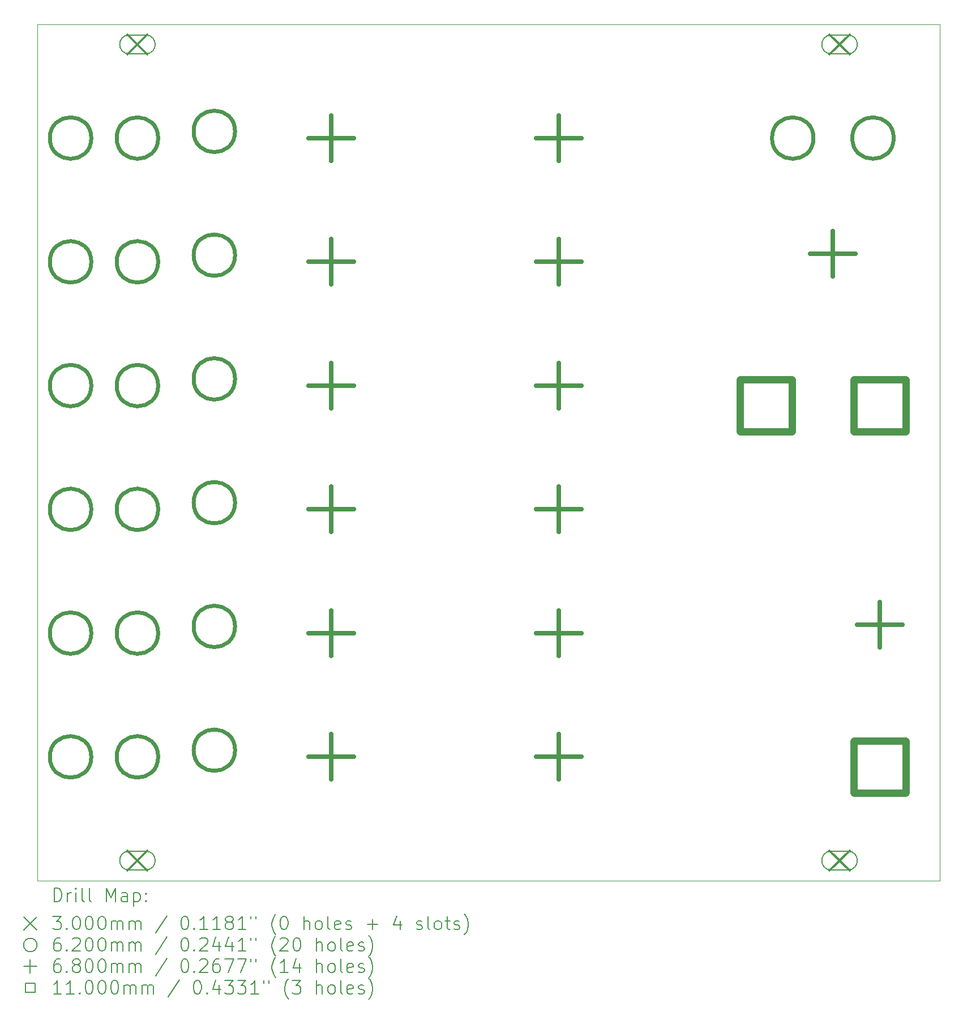
<source format=gbr>
%FSLAX45Y45*%
G04 Gerber Fmt 4.5, Leading zero omitted, Abs format (unit mm)*
G04 Created by KiCad (PCBNEW (6.0.0)) date 2022-04-30 23:11:37*
%MOMM*%
%LPD*%
G01*
G04 APERTURE LIST*
%TA.AperFunction,Profile*%
%ADD10C,0.050000*%
%TD*%
%ADD11C,0.200000*%
%ADD12C,0.300000*%
%ADD13C,0.620000*%
%ADD14C,0.680000*%
%ADD15C,1.100000*%
G04 APERTURE END LIST*
D10*
X2664645Y-3464645D02*
X2664645Y-16264645D01*
X2664645Y-3464645D02*
X16164645Y-3464645D01*
X16164645Y-3464645D02*
X16164645Y-16264645D01*
X16164645Y-16264645D02*
X2664645Y-16264645D01*
D11*
D12*
X4014645Y-3614645D02*
X4314645Y-3914645D01*
X4314645Y-3614645D02*
X4014645Y-3914645D01*
D11*
X4039645Y-3904645D02*
X4289645Y-3904645D01*
X4039645Y-3624645D02*
X4289645Y-3624645D01*
X4289645Y-3904645D02*
G75*
G03*
X4289645Y-3624645I0J140000D01*
G01*
X4039645Y-3624645D02*
G75*
G03*
X4039645Y-3904645I0J-140000D01*
G01*
D12*
X4014645Y-15814645D02*
X4314645Y-16114645D01*
X4314645Y-15814645D02*
X4014645Y-16114645D01*
D11*
X4039645Y-16104645D02*
X4289645Y-16104645D01*
X4039645Y-15824645D02*
X4289645Y-15824645D01*
X4289645Y-16104645D02*
G75*
G03*
X4289645Y-15824645I0J140000D01*
G01*
X4039645Y-15824645D02*
G75*
G03*
X4039645Y-16104645I0J-140000D01*
G01*
D12*
X14514645Y-3614645D02*
X14814645Y-3914645D01*
X14814645Y-3614645D02*
X14514645Y-3914645D01*
D11*
X14539645Y-3904645D02*
X14789645Y-3904645D01*
X14539645Y-3624645D02*
X14789645Y-3624645D01*
X14789645Y-3904645D02*
G75*
G03*
X14789645Y-3624645I0J140000D01*
G01*
X14539645Y-3624645D02*
G75*
G03*
X14539645Y-3904645I0J-140000D01*
G01*
D12*
X14514645Y-15814645D02*
X14814645Y-16114645D01*
X14814645Y-15814645D02*
X14514645Y-16114645D01*
D11*
X14539645Y-16104645D02*
X14789645Y-16104645D01*
X14539645Y-15824645D02*
X14789645Y-15824645D01*
X14789645Y-16104645D02*
G75*
G03*
X14789645Y-15824645I0J140000D01*
G01*
X14539645Y-15824645D02*
G75*
G03*
X14539645Y-16104645I0J-140000D01*
G01*
D13*
X3474645Y-5164645D02*
G75*
G03*
X3474645Y-5164645I-310000J0D01*
G01*
X3474645Y-7014645D02*
G75*
G03*
X3474645Y-7014645I-310000J0D01*
G01*
X3474645Y-8864645D02*
G75*
G03*
X3474645Y-8864645I-310000J0D01*
G01*
X3474645Y-10714645D02*
G75*
G03*
X3474645Y-10714645I-310000J0D01*
G01*
X3474645Y-12564645D02*
G75*
G03*
X3474645Y-12564645I-310000J0D01*
G01*
X3474645Y-14414645D02*
G75*
G03*
X3474645Y-14414645I-310000J0D01*
G01*
X4474645Y-5164645D02*
G75*
G03*
X4474645Y-5164645I-310000J0D01*
G01*
X4474645Y-7014645D02*
G75*
G03*
X4474645Y-7014645I-310000J0D01*
G01*
X4474645Y-8864645D02*
G75*
G03*
X4474645Y-8864645I-310000J0D01*
G01*
X4474645Y-10714645D02*
G75*
G03*
X4474645Y-10714645I-310000J0D01*
G01*
X4474645Y-12564645D02*
G75*
G03*
X4474645Y-12564645I-310000J0D01*
G01*
X4474645Y-14414645D02*
G75*
G03*
X4474645Y-14414645I-310000J0D01*
G01*
X5624645Y-5064645D02*
G75*
G03*
X5624645Y-5064645I-310000J0D01*
G01*
X5624645Y-6914645D02*
G75*
G03*
X5624645Y-6914645I-310000J0D01*
G01*
X5624645Y-8764645D02*
G75*
G03*
X5624645Y-8764645I-310000J0D01*
G01*
X5624645Y-10614645D02*
G75*
G03*
X5624645Y-10614645I-310000J0D01*
G01*
X5624645Y-12464645D02*
G75*
G03*
X5624645Y-12464645I-310000J0D01*
G01*
X5624645Y-14314645D02*
G75*
G03*
X5624645Y-14314645I-310000J0D01*
G01*
X14274645Y-5164645D02*
G75*
G03*
X14274645Y-5164645I-310000J0D01*
G01*
X15474645Y-5164645D02*
G75*
G03*
X15474645Y-5164645I-310000J0D01*
G01*
D14*
X7064645Y-4824645D02*
X7064645Y-5504645D01*
X6724645Y-5164645D02*
X7404645Y-5164645D01*
X7064645Y-6674645D02*
X7064645Y-7354645D01*
X6724645Y-7014645D02*
X7404645Y-7014645D01*
X7064645Y-8524645D02*
X7064645Y-9204645D01*
X6724645Y-8864645D02*
X7404645Y-8864645D01*
X7064645Y-10374645D02*
X7064645Y-11054645D01*
X6724645Y-10714645D02*
X7404645Y-10714645D01*
X7064645Y-12224645D02*
X7064645Y-12904645D01*
X6724645Y-12564645D02*
X7404645Y-12564645D01*
X7064645Y-14074645D02*
X7064645Y-14754645D01*
X6724645Y-14414645D02*
X7404645Y-14414645D01*
X10464645Y-4824645D02*
X10464645Y-5504645D01*
X10124645Y-5164645D02*
X10804645Y-5164645D01*
X10464645Y-6674645D02*
X10464645Y-7354645D01*
X10124645Y-7014645D02*
X10804645Y-7014645D01*
X10464645Y-8524645D02*
X10464645Y-9204645D01*
X10124645Y-8864645D02*
X10804645Y-8864645D01*
X10464645Y-10374645D02*
X10464645Y-11054645D01*
X10124645Y-10714645D02*
X10804645Y-10714645D01*
X10464645Y-12224645D02*
X10464645Y-12904645D01*
X10124645Y-12564645D02*
X10804645Y-12564645D01*
X10464645Y-14074645D02*
X10464645Y-14754645D01*
X10124645Y-14414645D02*
X10804645Y-14414645D01*
X14564645Y-6552145D02*
X14564645Y-7232145D01*
X14224645Y-6892145D02*
X14904645Y-6892145D01*
X15264645Y-12099645D02*
X15264645Y-12779645D01*
X14924645Y-12439645D02*
X15604645Y-12439645D01*
D15*
X13953557Y-9553557D02*
X13953557Y-8775732D01*
X13175732Y-8775732D01*
X13175732Y-9553557D01*
X13953557Y-9553557D01*
X15653557Y-9553557D02*
X15653557Y-8775732D01*
X14875732Y-8775732D01*
X14875732Y-9553557D01*
X15653557Y-9553557D01*
X15653557Y-14953557D02*
X15653557Y-14175732D01*
X14875732Y-14175732D01*
X14875732Y-14953557D01*
X15653557Y-14953557D01*
D11*
X2919764Y-16577621D02*
X2919764Y-16377621D01*
X2967383Y-16377621D01*
X2995954Y-16387145D01*
X3015002Y-16406192D01*
X3024526Y-16425240D01*
X3034049Y-16463335D01*
X3034049Y-16491907D01*
X3024526Y-16530002D01*
X3015002Y-16549049D01*
X2995954Y-16568097D01*
X2967383Y-16577621D01*
X2919764Y-16577621D01*
X3119764Y-16577621D02*
X3119764Y-16444287D01*
X3119764Y-16482383D02*
X3129287Y-16463335D01*
X3138811Y-16453811D01*
X3157859Y-16444287D01*
X3176907Y-16444287D01*
X3243573Y-16577621D02*
X3243573Y-16444287D01*
X3243573Y-16377621D02*
X3234049Y-16387145D01*
X3243573Y-16396668D01*
X3253097Y-16387145D01*
X3243573Y-16377621D01*
X3243573Y-16396668D01*
X3367383Y-16577621D02*
X3348335Y-16568097D01*
X3338811Y-16549049D01*
X3338811Y-16377621D01*
X3472145Y-16577621D02*
X3453097Y-16568097D01*
X3443573Y-16549049D01*
X3443573Y-16377621D01*
X3700716Y-16577621D02*
X3700716Y-16377621D01*
X3767383Y-16520478D01*
X3834049Y-16377621D01*
X3834049Y-16577621D01*
X4015002Y-16577621D02*
X4015002Y-16472859D01*
X4005478Y-16453811D01*
X3986430Y-16444287D01*
X3948335Y-16444287D01*
X3929287Y-16453811D01*
X4015002Y-16568097D02*
X3995954Y-16577621D01*
X3948335Y-16577621D01*
X3929287Y-16568097D01*
X3919764Y-16549049D01*
X3919764Y-16530002D01*
X3929287Y-16510954D01*
X3948335Y-16501430D01*
X3995954Y-16501430D01*
X4015002Y-16491907D01*
X4110240Y-16444287D02*
X4110240Y-16644287D01*
X4110240Y-16453811D02*
X4129287Y-16444287D01*
X4167383Y-16444287D01*
X4186430Y-16453811D01*
X4195954Y-16463335D01*
X4205478Y-16482383D01*
X4205478Y-16539526D01*
X4195954Y-16558573D01*
X4186430Y-16568097D01*
X4167383Y-16577621D01*
X4129287Y-16577621D01*
X4110240Y-16568097D01*
X4291192Y-16558573D02*
X4300716Y-16568097D01*
X4291192Y-16577621D01*
X4281669Y-16568097D01*
X4291192Y-16558573D01*
X4291192Y-16577621D01*
X4291192Y-16453811D02*
X4300716Y-16463335D01*
X4291192Y-16472859D01*
X4281669Y-16463335D01*
X4291192Y-16453811D01*
X4291192Y-16472859D01*
X2462145Y-16807145D02*
X2662145Y-17007145D01*
X2662145Y-16807145D02*
X2462145Y-17007145D01*
X2900716Y-16797621D02*
X3024526Y-16797621D01*
X2957859Y-16873811D01*
X2986430Y-16873811D01*
X3005478Y-16883335D01*
X3015002Y-16892859D01*
X3024526Y-16911907D01*
X3024526Y-16959526D01*
X3015002Y-16978573D01*
X3005478Y-16988097D01*
X2986430Y-16997621D01*
X2929287Y-16997621D01*
X2910240Y-16988097D01*
X2900716Y-16978573D01*
X3110240Y-16978573D02*
X3119764Y-16988097D01*
X3110240Y-16997621D01*
X3100716Y-16988097D01*
X3110240Y-16978573D01*
X3110240Y-16997621D01*
X3243573Y-16797621D02*
X3262621Y-16797621D01*
X3281668Y-16807145D01*
X3291192Y-16816669D01*
X3300716Y-16835716D01*
X3310240Y-16873811D01*
X3310240Y-16921430D01*
X3300716Y-16959526D01*
X3291192Y-16978573D01*
X3281668Y-16988097D01*
X3262621Y-16997621D01*
X3243573Y-16997621D01*
X3224526Y-16988097D01*
X3215002Y-16978573D01*
X3205478Y-16959526D01*
X3195954Y-16921430D01*
X3195954Y-16873811D01*
X3205478Y-16835716D01*
X3215002Y-16816669D01*
X3224526Y-16807145D01*
X3243573Y-16797621D01*
X3434049Y-16797621D02*
X3453097Y-16797621D01*
X3472145Y-16807145D01*
X3481668Y-16816669D01*
X3491192Y-16835716D01*
X3500716Y-16873811D01*
X3500716Y-16921430D01*
X3491192Y-16959526D01*
X3481668Y-16978573D01*
X3472145Y-16988097D01*
X3453097Y-16997621D01*
X3434049Y-16997621D01*
X3415002Y-16988097D01*
X3405478Y-16978573D01*
X3395954Y-16959526D01*
X3386430Y-16921430D01*
X3386430Y-16873811D01*
X3395954Y-16835716D01*
X3405478Y-16816669D01*
X3415002Y-16807145D01*
X3434049Y-16797621D01*
X3624526Y-16797621D02*
X3643573Y-16797621D01*
X3662621Y-16807145D01*
X3672145Y-16816669D01*
X3681668Y-16835716D01*
X3691192Y-16873811D01*
X3691192Y-16921430D01*
X3681668Y-16959526D01*
X3672145Y-16978573D01*
X3662621Y-16988097D01*
X3643573Y-16997621D01*
X3624526Y-16997621D01*
X3605478Y-16988097D01*
X3595954Y-16978573D01*
X3586430Y-16959526D01*
X3576907Y-16921430D01*
X3576907Y-16873811D01*
X3586430Y-16835716D01*
X3595954Y-16816669D01*
X3605478Y-16807145D01*
X3624526Y-16797621D01*
X3776907Y-16997621D02*
X3776907Y-16864288D01*
X3776907Y-16883335D02*
X3786430Y-16873811D01*
X3805478Y-16864288D01*
X3834049Y-16864288D01*
X3853097Y-16873811D01*
X3862621Y-16892859D01*
X3862621Y-16997621D01*
X3862621Y-16892859D02*
X3872145Y-16873811D01*
X3891192Y-16864288D01*
X3919764Y-16864288D01*
X3938811Y-16873811D01*
X3948335Y-16892859D01*
X3948335Y-16997621D01*
X4043573Y-16997621D02*
X4043573Y-16864288D01*
X4043573Y-16883335D02*
X4053097Y-16873811D01*
X4072145Y-16864288D01*
X4100716Y-16864288D01*
X4119764Y-16873811D01*
X4129287Y-16892859D01*
X4129287Y-16997621D01*
X4129287Y-16892859D02*
X4138811Y-16873811D01*
X4157859Y-16864288D01*
X4186430Y-16864288D01*
X4205478Y-16873811D01*
X4215002Y-16892859D01*
X4215002Y-16997621D01*
X4605478Y-16788097D02*
X4434049Y-17045240D01*
X4862621Y-16797621D02*
X4881669Y-16797621D01*
X4900716Y-16807145D01*
X4910240Y-16816669D01*
X4919764Y-16835716D01*
X4929288Y-16873811D01*
X4929288Y-16921430D01*
X4919764Y-16959526D01*
X4910240Y-16978573D01*
X4900716Y-16988097D01*
X4881669Y-16997621D01*
X4862621Y-16997621D01*
X4843573Y-16988097D01*
X4834049Y-16978573D01*
X4824526Y-16959526D01*
X4815002Y-16921430D01*
X4815002Y-16873811D01*
X4824526Y-16835716D01*
X4834049Y-16816669D01*
X4843573Y-16807145D01*
X4862621Y-16797621D01*
X5015002Y-16978573D02*
X5024526Y-16988097D01*
X5015002Y-16997621D01*
X5005478Y-16988097D01*
X5015002Y-16978573D01*
X5015002Y-16997621D01*
X5215002Y-16997621D02*
X5100716Y-16997621D01*
X5157859Y-16997621D02*
X5157859Y-16797621D01*
X5138811Y-16826192D01*
X5119764Y-16845240D01*
X5100716Y-16854764D01*
X5405478Y-16997621D02*
X5291192Y-16997621D01*
X5348335Y-16997621D02*
X5348335Y-16797621D01*
X5329288Y-16826192D01*
X5310240Y-16845240D01*
X5291192Y-16854764D01*
X5519764Y-16883335D02*
X5500716Y-16873811D01*
X5491192Y-16864288D01*
X5481669Y-16845240D01*
X5481669Y-16835716D01*
X5491192Y-16816669D01*
X5500716Y-16807145D01*
X5519764Y-16797621D01*
X5557859Y-16797621D01*
X5576907Y-16807145D01*
X5586430Y-16816669D01*
X5595954Y-16835716D01*
X5595954Y-16845240D01*
X5586430Y-16864288D01*
X5576907Y-16873811D01*
X5557859Y-16883335D01*
X5519764Y-16883335D01*
X5500716Y-16892859D01*
X5491192Y-16902383D01*
X5481669Y-16921430D01*
X5481669Y-16959526D01*
X5491192Y-16978573D01*
X5500716Y-16988097D01*
X5519764Y-16997621D01*
X5557859Y-16997621D01*
X5576907Y-16988097D01*
X5586430Y-16978573D01*
X5595954Y-16959526D01*
X5595954Y-16921430D01*
X5586430Y-16902383D01*
X5576907Y-16892859D01*
X5557859Y-16883335D01*
X5786430Y-16997621D02*
X5672145Y-16997621D01*
X5729287Y-16997621D02*
X5729287Y-16797621D01*
X5710240Y-16826192D01*
X5691192Y-16845240D01*
X5672145Y-16854764D01*
X5862621Y-16797621D02*
X5862621Y-16835716D01*
X5938811Y-16797621D02*
X5938811Y-16835716D01*
X6234049Y-17073811D02*
X6224526Y-17064288D01*
X6205478Y-17035716D01*
X6195954Y-17016669D01*
X6186430Y-16988097D01*
X6176907Y-16940478D01*
X6176907Y-16902383D01*
X6186430Y-16854764D01*
X6195954Y-16826192D01*
X6205478Y-16807145D01*
X6224526Y-16778573D01*
X6234049Y-16769049D01*
X6348335Y-16797621D02*
X6367383Y-16797621D01*
X6386430Y-16807145D01*
X6395954Y-16816669D01*
X6405478Y-16835716D01*
X6415002Y-16873811D01*
X6415002Y-16921430D01*
X6405478Y-16959526D01*
X6395954Y-16978573D01*
X6386430Y-16988097D01*
X6367383Y-16997621D01*
X6348335Y-16997621D01*
X6329287Y-16988097D01*
X6319764Y-16978573D01*
X6310240Y-16959526D01*
X6300716Y-16921430D01*
X6300716Y-16873811D01*
X6310240Y-16835716D01*
X6319764Y-16816669D01*
X6329287Y-16807145D01*
X6348335Y-16797621D01*
X6653097Y-16997621D02*
X6653097Y-16797621D01*
X6738811Y-16997621D02*
X6738811Y-16892859D01*
X6729287Y-16873811D01*
X6710240Y-16864288D01*
X6681668Y-16864288D01*
X6662621Y-16873811D01*
X6653097Y-16883335D01*
X6862621Y-16997621D02*
X6843573Y-16988097D01*
X6834049Y-16978573D01*
X6824526Y-16959526D01*
X6824526Y-16902383D01*
X6834049Y-16883335D01*
X6843573Y-16873811D01*
X6862621Y-16864288D01*
X6891192Y-16864288D01*
X6910240Y-16873811D01*
X6919764Y-16883335D01*
X6929287Y-16902383D01*
X6929287Y-16959526D01*
X6919764Y-16978573D01*
X6910240Y-16988097D01*
X6891192Y-16997621D01*
X6862621Y-16997621D01*
X7043573Y-16997621D02*
X7024526Y-16988097D01*
X7015002Y-16969049D01*
X7015002Y-16797621D01*
X7195954Y-16988097D02*
X7176907Y-16997621D01*
X7138811Y-16997621D01*
X7119764Y-16988097D01*
X7110240Y-16969049D01*
X7110240Y-16892859D01*
X7119764Y-16873811D01*
X7138811Y-16864288D01*
X7176907Y-16864288D01*
X7195954Y-16873811D01*
X7205478Y-16892859D01*
X7205478Y-16911907D01*
X7110240Y-16930954D01*
X7281668Y-16988097D02*
X7300716Y-16997621D01*
X7338811Y-16997621D01*
X7357859Y-16988097D01*
X7367383Y-16969049D01*
X7367383Y-16959526D01*
X7357859Y-16940478D01*
X7338811Y-16930954D01*
X7310240Y-16930954D01*
X7291192Y-16921430D01*
X7281668Y-16902383D01*
X7281668Y-16892859D01*
X7291192Y-16873811D01*
X7310240Y-16864288D01*
X7338811Y-16864288D01*
X7357859Y-16873811D01*
X7605478Y-16921430D02*
X7757859Y-16921430D01*
X7681668Y-16997621D02*
X7681668Y-16845240D01*
X8091192Y-16864288D02*
X8091192Y-16997621D01*
X8043573Y-16788097D02*
X7995954Y-16930954D01*
X8119764Y-16930954D01*
X8338811Y-16988097D02*
X8357859Y-16997621D01*
X8395954Y-16997621D01*
X8415002Y-16988097D01*
X8424526Y-16969049D01*
X8424526Y-16959526D01*
X8415002Y-16940478D01*
X8395954Y-16930954D01*
X8367383Y-16930954D01*
X8348335Y-16921430D01*
X8338811Y-16902383D01*
X8338811Y-16892859D01*
X8348335Y-16873811D01*
X8367383Y-16864288D01*
X8395954Y-16864288D01*
X8415002Y-16873811D01*
X8538811Y-16997621D02*
X8519764Y-16988097D01*
X8510240Y-16969049D01*
X8510240Y-16797621D01*
X8643573Y-16997621D02*
X8624526Y-16988097D01*
X8615002Y-16978573D01*
X8605478Y-16959526D01*
X8605478Y-16902383D01*
X8615002Y-16883335D01*
X8624526Y-16873811D01*
X8643573Y-16864288D01*
X8672145Y-16864288D01*
X8691192Y-16873811D01*
X8700716Y-16883335D01*
X8710240Y-16902383D01*
X8710240Y-16959526D01*
X8700716Y-16978573D01*
X8691192Y-16988097D01*
X8672145Y-16997621D01*
X8643573Y-16997621D01*
X8767383Y-16864288D02*
X8843573Y-16864288D01*
X8795954Y-16797621D02*
X8795954Y-16969049D01*
X8805478Y-16988097D01*
X8824526Y-16997621D01*
X8843573Y-16997621D01*
X8900716Y-16988097D02*
X8919764Y-16997621D01*
X8957859Y-16997621D01*
X8976907Y-16988097D01*
X8986430Y-16969049D01*
X8986430Y-16959526D01*
X8976907Y-16940478D01*
X8957859Y-16930954D01*
X8929288Y-16930954D01*
X8910240Y-16921430D01*
X8900716Y-16902383D01*
X8900716Y-16892859D01*
X8910240Y-16873811D01*
X8929288Y-16864288D01*
X8957859Y-16864288D01*
X8976907Y-16873811D01*
X9053097Y-17073811D02*
X9062621Y-17064288D01*
X9081669Y-17035716D01*
X9091192Y-17016669D01*
X9100716Y-16988097D01*
X9110240Y-16940478D01*
X9110240Y-16902383D01*
X9100716Y-16854764D01*
X9091192Y-16826192D01*
X9081669Y-16807145D01*
X9062621Y-16778573D01*
X9053097Y-16769049D01*
X2662145Y-17227145D02*
G75*
G03*
X2662145Y-17227145I-100000J0D01*
G01*
X3005478Y-17117621D02*
X2967383Y-17117621D01*
X2948335Y-17127145D01*
X2938811Y-17136669D01*
X2919764Y-17165240D01*
X2910240Y-17203335D01*
X2910240Y-17279526D01*
X2919764Y-17298573D01*
X2929287Y-17308097D01*
X2948335Y-17317621D01*
X2986430Y-17317621D01*
X3005478Y-17308097D01*
X3015002Y-17298573D01*
X3024526Y-17279526D01*
X3024526Y-17231907D01*
X3015002Y-17212859D01*
X3005478Y-17203335D01*
X2986430Y-17193811D01*
X2948335Y-17193811D01*
X2929287Y-17203335D01*
X2919764Y-17212859D01*
X2910240Y-17231907D01*
X3110240Y-17298573D02*
X3119764Y-17308097D01*
X3110240Y-17317621D01*
X3100716Y-17308097D01*
X3110240Y-17298573D01*
X3110240Y-17317621D01*
X3195954Y-17136669D02*
X3205478Y-17127145D01*
X3224526Y-17117621D01*
X3272145Y-17117621D01*
X3291192Y-17127145D01*
X3300716Y-17136669D01*
X3310240Y-17155716D01*
X3310240Y-17174764D01*
X3300716Y-17203335D01*
X3186430Y-17317621D01*
X3310240Y-17317621D01*
X3434049Y-17117621D02*
X3453097Y-17117621D01*
X3472145Y-17127145D01*
X3481668Y-17136669D01*
X3491192Y-17155716D01*
X3500716Y-17193811D01*
X3500716Y-17241430D01*
X3491192Y-17279526D01*
X3481668Y-17298573D01*
X3472145Y-17308097D01*
X3453097Y-17317621D01*
X3434049Y-17317621D01*
X3415002Y-17308097D01*
X3405478Y-17298573D01*
X3395954Y-17279526D01*
X3386430Y-17241430D01*
X3386430Y-17193811D01*
X3395954Y-17155716D01*
X3405478Y-17136669D01*
X3415002Y-17127145D01*
X3434049Y-17117621D01*
X3624526Y-17117621D02*
X3643573Y-17117621D01*
X3662621Y-17127145D01*
X3672145Y-17136669D01*
X3681668Y-17155716D01*
X3691192Y-17193811D01*
X3691192Y-17241430D01*
X3681668Y-17279526D01*
X3672145Y-17298573D01*
X3662621Y-17308097D01*
X3643573Y-17317621D01*
X3624526Y-17317621D01*
X3605478Y-17308097D01*
X3595954Y-17298573D01*
X3586430Y-17279526D01*
X3576907Y-17241430D01*
X3576907Y-17193811D01*
X3586430Y-17155716D01*
X3595954Y-17136669D01*
X3605478Y-17127145D01*
X3624526Y-17117621D01*
X3776907Y-17317621D02*
X3776907Y-17184288D01*
X3776907Y-17203335D02*
X3786430Y-17193811D01*
X3805478Y-17184288D01*
X3834049Y-17184288D01*
X3853097Y-17193811D01*
X3862621Y-17212859D01*
X3862621Y-17317621D01*
X3862621Y-17212859D02*
X3872145Y-17193811D01*
X3891192Y-17184288D01*
X3919764Y-17184288D01*
X3938811Y-17193811D01*
X3948335Y-17212859D01*
X3948335Y-17317621D01*
X4043573Y-17317621D02*
X4043573Y-17184288D01*
X4043573Y-17203335D02*
X4053097Y-17193811D01*
X4072145Y-17184288D01*
X4100716Y-17184288D01*
X4119764Y-17193811D01*
X4129287Y-17212859D01*
X4129287Y-17317621D01*
X4129287Y-17212859D02*
X4138811Y-17193811D01*
X4157859Y-17184288D01*
X4186430Y-17184288D01*
X4205478Y-17193811D01*
X4215002Y-17212859D01*
X4215002Y-17317621D01*
X4605478Y-17108097D02*
X4434049Y-17365240D01*
X4862621Y-17117621D02*
X4881669Y-17117621D01*
X4900716Y-17127145D01*
X4910240Y-17136669D01*
X4919764Y-17155716D01*
X4929288Y-17193811D01*
X4929288Y-17241430D01*
X4919764Y-17279526D01*
X4910240Y-17298573D01*
X4900716Y-17308097D01*
X4881669Y-17317621D01*
X4862621Y-17317621D01*
X4843573Y-17308097D01*
X4834049Y-17298573D01*
X4824526Y-17279526D01*
X4815002Y-17241430D01*
X4815002Y-17193811D01*
X4824526Y-17155716D01*
X4834049Y-17136669D01*
X4843573Y-17127145D01*
X4862621Y-17117621D01*
X5015002Y-17298573D02*
X5024526Y-17308097D01*
X5015002Y-17317621D01*
X5005478Y-17308097D01*
X5015002Y-17298573D01*
X5015002Y-17317621D01*
X5100716Y-17136669D02*
X5110240Y-17127145D01*
X5129288Y-17117621D01*
X5176907Y-17117621D01*
X5195954Y-17127145D01*
X5205478Y-17136669D01*
X5215002Y-17155716D01*
X5215002Y-17174764D01*
X5205478Y-17203335D01*
X5091192Y-17317621D01*
X5215002Y-17317621D01*
X5386430Y-17184288D02*
X5386430Y-17317621D01*
X5338811Y-17108097D02*
X5291192Y-17250954D01*
X5415002Y-17250954D01*
X5576907Y-17184288D02*
X5576907Y-17317621D01*
X5529288Y-17108097D02*
X5481669Y-17250954D01*
X5605478Y-17250954D01*
X5786430Y-17317621D02*
X5672145Y-17317621D01*
X5729287Y-17317621D02*
X5729287Y-17117621D01*
X5710240Y-17146192D01*
X5691192Y-17165240D01*
X5672145Y-17174764D01*
X5862621Y-17117621D02*
X5862621Y-17155716D01*
X5938811Y-17117621D02*
X5938811Y-17155716D01*
X6234049Y-17393811D02*
X6224526Y-17384288D01*
X6205478Y-17355716D01*
X6195954Y-17336669D01*
X6186430Y-17308097D01*
X6176907Y-17260478D01*
X6176907Y-17222383D01*
X6186430Y-17174764D01*
X6195954Y-17146192D01*
X6205478Y-17127145D01*
X6224526Y-17098573D01*
X6234049Y-17089049D01*
X6300716Y-17136669D02*
X6310240Y-17127145D01*
X6329287Y-17117621D01*
X6376907Y-17117621D01*
X6395954Y-17127145D01*
X6405478Y-17136669D01*
X6415002Y-17155716D01*
X6415002Y-17174764D01*
X6405478Y-17203335D01*
X6291192Y-17317621D01*
X6415002Y-17317621D01*
X6538811Y-17117621D02*
X6557859Y-17117621D01*
X6576907Y-17127145D01*
X6586430Y-17136669D01*
X6595954Y-17155716D01*
X6605478Y-17193811D01*
X6605478Y-17241430D01*
X6595954Y-17279526D01*
X6586430Y-17298573D01*
X6576907Y-17308097D01*
X6557859Y-17317621D01*
X6538811Y-17317621D01*
X6519764Y-17308097D01*
X6510240Y-17298573D01*
X6500716Y-17279526D01*
X6491192Y-17241430D01*
X6491192Y-17193811D01*
X6500716Y-17155716D01*
X6510240Y-17136669D01*
X6519764Y-17127145D01*
X6538811Y-17117621D01*
X6843573Y-17317621D02*
X6843573Y-17117621D01*
X6929287Y-17317621D02*
X6929287Y-17212859D01*
X6919764Y-17193811D01*
X6900716Y-17184288D01*
X6872145Y-17184288D01*
X6853097Y-17193811D01*
X6843573Y-17203335D01*
X7053097Y-17317621D02*
X7034049Y-17308097D01*
X7024526Y-17298573D01*
X7015002Y-17279526D01*
X7015002Y-17222383D01*
X7024526Y-17203335D01*
X7034049Y-17193811D01*
X7053097Y-17184288D01*
X7081668Y-17184288D01*
X7100716Y-17193811D01*
X7110240Y-17203335D01*
X7119764Y-17222383D01*
X7119764Y-17279526D01*
X7110240Y-17298573D01*
X7100716Y-17308097D01*
X7081668Y-17317621D01*
X7053097Y-17317621D01*
X7234049Y-17317621D02*
X7215002Y-17308097D01*
X7205478Y-17289049D01*
X7205478Y-17117621D01*
X7386430Y-17308097D02*
X7367383Y-17317621D01*
X7329287Y-17317621D01*
X7310240Y-17308097D01*
X7300716Y-17289049D01*
X7300716Y-17212859D01*
X7310240Y-17193811D01*
X7329287Y-17184288D01*
X7367383Y-17184288D01*
X7386430Y-17193811D01*
X7395954Y-17212859D01*
X7395954Y-17231907D01*
X7300716Y-17250954D01*
X7472145Y-17308097D02*
X7491192Y-17317621D01*
X7529287Y-17317621D01*
X7548335Y-17308097D01*
X7557859Y-17289049D01*
X7557859Y-17279526D01*
X7548335Y-17260478D01*
X7529287Y-17250954D01*
X7500716Y-17250954D01*
X7481668Y-17241430D01*
X7472145Y-17222383D01*
X7472145Y-17212859D01*
X7481668Y-17193811D01*
X7500716Y-17184288D01*
X7529287Y-17184288D01*
X7548335Y-17193811D01*
X7624526Y-17393811D02*
X7634049Y-17384288D01*
X7653097Y-17355716D01*
X7662621Y-17336669D01*
X7672145Y-17308097D01*
X7681668Y-17260478D01*
X7681668Y-17222383D01*
X7672145Y-17174764D01*
X7662621Y-17146192D01*
X7653097Y-17127145D01*
X7634049Y-17098573D01*
X7624526Y-17089049D01*
X2562145Y-17447145D02*
X2562145Y-17647145D01*
X2462145Y-17547145D02*
X2662145Y-17547145D01*
X3005478Y-17437621D02*
X2967383Y-17437621D01*
X2948335Y-17447145D01*
X2938811Y-17456669D01*
X2919764Y-17485240D01*
X2910240Y-17523335D01*
X2910240Y-17599526D01*
X2919764Y-17618573D01*
X2929287Y-17628097D01*
X2948335Y-17637621D01*
X2986430Y-17637621D01*
X3005478Y-17628097D01*
X3015002Y-17618573D01*
X3024526Y-17599526D01*
X3024526Y-17551907D01*
X3015002Y-17532859D01*
X3005478Y-17523335D01*
X2986430Y-17513811D01*
X2948335Y-17513811D01*
X2929287Y-17523335D01*
X2919764Y-17532859D01*
X2910240Y-17551907D01*
X3110240Y-17618573D02*
X3119764Y-17628097D01*
X3110240Y-17637621D01*
X3100716Y-17628097D01*
X3110240Y-17618573D01*
X3110240Y-17637621D01*
X3234049Y-17523335D02*
X3215002Y-17513811D01*
X3205478Y-17504288D01*
X3195954Y-17485240D01*
X3195954Y-17475716D01*
X3205478Y-17456669D01*
X3215002Y-17447145D01*
X3234049Y-17437621D01*
X3272145Y-17437621D01*
X3291192Y-17447145D01*
X3300716Y-17456669D01*
X3310240Y-17475716D01*
X3310240Y-17485240D01*
X3300716Y-17504288D01*
X3291192Y-17513811D01*
X3272145Y-17523335D01*
X3234049Y-17523335D01*
X3215002Y-17532859D01*
X3205478Y-17542383D01*
X3195954Y-17561430D01*
X3195954Y-17599526D01*
X3205478Y-17618573D01*
X3215002Y-17628097D01*
X3234049Y-17637621D01*
X3272145Y-17637621D01*
X3291192Y-17628097D01*
X3300716Y-17618573D01*
X3310240Y-17599526D01*
X3310240Y-17561430D01*
X3300716Y-17542383D01*
X3291192Y-17532859D01*
X3272145Y-17523335D01*
X3434049Y-17437621D02*
X3453097Y-17437621D01*
X3472145Y-17447145D01*
X3481668Y-17456669D01*
X3491192Y-17475716D01*
X3500716Y-17513811D01*
X3500716Y-17561430D01*
X3491192Y-17599526D01*
X3481668Y-17618573D01*
X3472145Y-17628097D01*
X3453097Y-17637621D01*
X3434049Y-17637621D01*
X3415002Y-17628097D01*
X3405478Y-17618573D01*
X3395954Y-17599526D01*
X3386430Y-17561430D01*
X3386430Y-17513811D01*
X3395954Y-17475716D01*
X3405478Y-17456669D01*
X3415002Y-17447145D01*
X3434049Y-17437621D01*
X3624526Y-17437621D02*
X3643573Y-17437621D01*
X3662621Y-17447145D01*
X3672145Y-17456669D01*
X3681668Y-17475716D01*
X3691192Y-17513811D01*
X3691192Y-17561430D01*
X3681668Y-17599526D01*
X3672145Y-17618573D01*
X3662621Y-17628097D01*
X3643573Y-17637621D01*
X3624526Y-17637621D01*
X3605478Y-17628097D01*
X3595954Y-17618573D01*
X3586430Y-17599526D01*
X3576907Y-17561430D01*
X3576907Y-17513811D01*
X3586430Y-17475716D01*
X3595954Y-17456669D01*
X3605478Y-17447145D01*
X3624526Y-17437621D01*
X3776907Y-17637621D02*
X3776907Y-17504288D01*
X3776907Y-17523335D02*
X3786430Y-17513811D01*
X3805478Y-17504288D01*
X3834049Y-17504288D01*
X3853097Y-17513811D01*
X3862621Y-17532859D01*
X3862621Y-17637621D01*
X3862621Y-17532859D02*
X3872145Y-17513811D01*
X3891192Y-17504288D01*
X3919764Y-17504288D01*
X3938811Y-17513811D01*
X3948335Y-17532859D01*
X3948335Y-17637621D01*
X4043573Y-17637621D02*
X4043573Y-17504288D01*
X4043573Y-17523335D02*
X4053097Y-17513811D01*
X4072145Y-17504288D01*
X4100716Y-17504288D01*
X4119764Y-17513811D01*
X4129287Y-17532859D01*
X4129287Y-17637621D01*
X4129287Y-17532859D02*
X4138811Y-17513811D01*
X4157859Y-17504288D01*
X4186430Y-17504288D01*
X4205478Y-17513811D01*
X4215002Y-17532859D01*
X4215002Y-17637621D01*
X4605478Y-17428097D02*
X4434049Y-17685240D01*
X4862621Y-17437621D02*
X4881669Y-17437621D01*
X4900716Y-17447145D01*
X4910240Y-17456669D01*
X4919764Y-17475716D01*
X4929288Y-17513811D01*
X4929288Y-17561430D01*
X4919764Y-17599526D01*
X4910240Y-17618573D01*
X4900716Y-17628097D01*
X4881669Y-17637621D01*
X4862621Y-17637621D01*
X4843573Y-17628097D01*
X4834049Y-17618573D01*
X4824526Y-17599526D01*
X4815002Y-17561430D01*
X4815002Y-17513811D01*
X4824526Y-17475716D01*
X4834049Y-17456669D01*
X4843573Y-17447145D01*
X4862621Y-17437621D01*
X5015002Y-17618573D02*
X5024526Y-17628097D01*
X5015002Y-17637621D01*
X5005478Y-17628097D01*
X5015002Y-17618573D01*
X5015002Y-17637621D01*
X5100716Y-17456669D02*
X5110240Y-17447145D01*
X5129288Y-17437621D01*
X5176907Y-17437621D01*
X5195954Y-17447145D01*
X5205478Y-17456669D01*
X5215002Y-17475716D01*
X5215002Y-17494764D01*
X5205478Y-17523335D01*
X5091192Y-17637621D01*
X5215002Y-17637621D01*
X5386430Y-17437621D02*
X5348335Y-17437621D01*
X5329288Y-17447145D01*
X5319764Y-17456669D01*
X5300716Y-17485240D01*
X5291192Y-17523335D01*
X5291192Y-17599526D01*
X5300716Y-17618573D01*
X5310240Y-17628097D01*
X5329288Y-17637621D01*
X5367383Y-17637621D01*
X5386430Y-17628097D01*
X5395954Y-17618573D01*
X5405478Y-17599526D01*
X5405478Y-17551907D01*
X5395954Y-17532859D01*
X5386430Y-17523335D01*
X5367383Y-17513811D01*
X5329288Y-17513811D01*
X5310240Y-17523335D01*
X5300716Y-17532859D01*
X5291192Y-17551907D01*
X5472145Y-17437621D02*
X5605478Y-17437621D01*
X5519764Y-17637621D01*
X5662621Y-17437621D02*
X5795954Y-17437621D01*
X5710240Y-17637621D01*
X5862621Y-17437621D02*
X5862621Y-17475716D01*
X5938811Y-17437621D02*
X5938811Y-17475716D01*
X6234049Y-17713811D02*
X6224526Y-17704288D01*
X6205478Y-17675716D01*
X6195954Y-17656669D01*
X6186430Y-17628097D01*
X6176907Y-17580478D01*
X6176907Y-17542383D01*
X6186430Y-17494764D01*
X6195954Y-17466192D01*
X6205478Y-17447145D01*
X6224526Y-17418573D01*
X6234049Y-17409049D01*
X6415002Y-17637621D02*
X6300716Y-17637621D01*
X6357859Y-17637621D02*
X6357859Y-17437621D01*
X6338811Y-17466192D01*
X6319764Y-17485240D01*
X6300716Y-17494764D01*
X6586430Y-17504288D02*
X6586430Y-17637621D01*
X6538811Y-17428097D02*
X6491192Y-17570954D01*
X6615002Y-17570954D01*
X6843573Y-17637621D02*
X6843573Y-17437621D01*
X6929287Y-17637621D02*
X6929287Y-17532859D01*
X6919764Y-17513811D01*
X6900716Y-17504288D01*
X6872145Y-17504288D01*
X6853097Y-17513811D01*
X6843573Y-17523335D01*
X7053097Y-17637621D02*
X7034049Y-17628097D01*
X7024526Y-17618573D01*
X7015002Y-17599526D01*
X7015002Y-17542383D01*
X7024526Y-17523335D01*
X7034049Y-17513811D01*
X7053097Y-17504288D01*
X7081668Y-17504288D01*
X7100716Y-17513811D01*
X7110240Y-17523335D01*
X7119764Y-17542383D01*
X7119764Y-17599526D01*
X7110240Y-17618573D01*
X7100716Y-17628097D01*
X7081668Y-17637621D01*
X7053097Y-17637621D01*
X7234049Y-17637621D02*
X7215002Y-17628097D01*
X7205478Y-17609049D01*
X7205478Y-17437621D01*
X7386430Y-17628097D02*
X7367383Y-17637621D01*
X7329287Y-17637621D01*
X7310240Y-17628097D01*
X7300716Y-17609049D01*
X7300716Y-17532859D01*
X7310240Y-17513811D01*
X7329287Y-17504288D01*
X7367383Y-17504288D01*
X7386430Y-17513811D01*
X7395954Y-17532859D01*
X7395954Y-17551907D01*
X7300716Y-17570954D01*
X7472145Y-17628097D02*
X7491192Y-17637621D01*
X7529287Y-17637621D01*
X7548335Y-17628097D01*
X7557859Y-17609049D01*
X7557859Y-17599526D01*
X7548335Y-17580478D01*
X7529287Y-17570954D01*
X7500716Y-17570954D01*
X7481668Y-17561430D01*
X7472145Y-17542383D01*
X7472145Y-17532859D01*
X7481668Y-17513811D01*
X7500716Y-17504288D01*
X7529287Y-17504288D01*
X7548335Y-17513811D01*
X7624526Y-17713811D02*
X7634049Y-17704288D01*
X7653097Y-17675716D01*
X7662621Y-17656669D01*
X7672145Y-17628097D01*
X7681668Y-17580478D01*
X7681668Y-17542383D01*
X7672145Y-17494764D01*
X7662621Y-17466192D01*
X7653097Y-17447145D01*
X7634049Y-17418573D01*
X7624526Y-17409049D01*
X2632856Y-17937856D02*
X2632856Y-17796433D01*
X2491433Y-17796433D01*
X2491433Y-17937856D01*
X2632856Y-17937856D01*
X3024526Y-17957621D02*
X2910240Y-17957621D01*
X2967383Y-17957621D02*
X2967383Y-17757621D01*
X2948335Y-17786192D01*
X2929287Y-17805240D01*
X2910240Y-17814764D01*
X3215002Y-17957621D02*
X3100716Y-17957621D01*
X3157859Y-17957621D02*
X3157859Y-17757621D01*
X3138811Y-17786192D01*
X3119764Y-17805240D01*
X3100716Y-17814764D01*
X3300716Y-17938573D02*
X3310240Y-17948097D01*
X3300716Y-17957621D01*
X3291192Y-17948097D01*
X3300716Y-17938573D01*
X3300716Y-17957621D01*
X3434049Y-17757621D02*
X3453097Y-17757621D01*
X3472145Y-17767145D01*
X3481668Y-17776669D01*
X3491192Y-17795716D01*
X3500716Y-17833811D01*
X3500716Y-17881430D01*
X3491192Y-17919526D01*
X3481668Y-17938573D01*
X3472145Y-17948097D01*
X3453097Y-17957621D01*
X3434049Y-17957621D01*
X3415002Y-17948097D01*
X3405478Y-17938573D01*
X3395954Y-17919526D01*
X3386430Y-17881430D01*
X3386430Y-17833811D01*
X3395954Y-17795716D01*
X3405478Y-17776669D01*
X3415002Y-17767145D01*
X3434049Y-17757621D01*
X3624526Y-17757621D02*
X3643573Y-17757621D01*
X3662621Y-17767145D01*
X3672145Y-17776669D01*
X3681668Y-17795716D01*
X3691192Y-17833811D01*
X3691192Y-17881430D01*
X3681668Y-17919526D01*
X3672145Y-17938573D01*
X3662621Y-17948097D01*
X3643573Y-17957621D01*
X3624526Y-17957621D01*
X3605478Y-17948097D01*
X3595954Y-17938573D01*
X3586430Y-17919526D01*
X3576907Y-17881430D01*
X3576907Y-17833811D01*
X3586430Y-17795716D01*
X3595954Y-17776669D01*
X3605478Y-17767145D01*
X3624526Y-17757621D01*
X3815002Y-17757621D02*
X3834049Y-17757621D01*
X3853097Y-17767145D01*
X3862621Y-17776669D01*
X3872145Y-17795716D01*
X3881668Y-17833811D01*
X3881668Y-17881430D01*
X3872145Y-17919526D01*
X3862621Y-17938573D01*
X3853097Y-17948097D01*
X3834049Y-17957621D01*
X3815002Y-17957621D01*
X3795954Y-17948097D01*
X3786430Y-17938573D01*
X3776907Y-17919526D01*
X3767383Y-17881430D01*
X3767383Y-17833811D01*
X3776907Y-17795716D01*
X3786430Y-17776669D01*
X3795954Y-17767145D01*
X3815002Y-17757621D01*
X3967383Y-17957621D02*
X3967383Y-17824288D01*
X3967383Y-17843335D02*
X3976907Y-17833811D01*
X3995954Y-17824288D01*
X4024526Y-17824288D01*
X4043573Y-17833811D01*
X4053097Y-17852859D01*
X4053097Y-17957621D01*
X4053097Y-17852859D02*
X4062621Y-17833811D01*
X4081668Y-17824288D01*
X4110240Y-17824288D01*
X4129287Y-17833811D01*
X4138811Y-17852859D01*
X4138811Y-17957621D01*
X4234049Y-17957621D02*
X4234049Y-17824288D01*
X4234049Y-17843335D02*
X4243573Y-17833811D01*
X4262621Y-17824288D01*
X4291192Y-17824288D01*
X4310240Y-17833811D01*
X4319764Y-17852859D01*
X4319764Y-17957621D01*
X4319764Y-17852859D02*
X4329288Y-17833811D01*
X4348335Y-17824288D01*
X4376907Y-17824288D01*
X4395954Y-17833811D01*
X4405478Y-17852859D01*
X4405478Y-17957621D01*
X4795954Y-17748097D02*
X4624526Y-18005240D01*
X5053097Y-17757621D02*
X5072145Y-17757621D01*
X5091192Y-17767145D01*
X5100716Y-17776669D01*
X5110240Y-17795716D01*
X5119764Y-17833811D01*
X5119764Y-17881430D01*
X5110240Y-17919526D01*
X5100716Y-17938573D01*
X5091192Y-17948097D01*
X5072145Y-17957621D01*
X5053097Y-17957621D01*
X5034049Y-17948097D01*
X5024526Y-17938573D01*
X5015002Y-17919526D01*
X5005478Y-17881430D01*
X5005478Y-17833811D01*
X5015002Y-17795716D01*
X5024526Y-17776669D01*
X5034049Y-17767145D01*
X5053097Y-17757621D01*
X5205478Y-17938573D02*
X5215002Y-17948097D01*
X5205478Y-17957621D01*
X5195954Y-17948097D01*
X5205478Y-17938573D01*
X5205478Y-17957621D01*
X5386430Y-17824288D02*
X5386430Y-17957621D01*
X5338811Y-17748097D02*
X5291192Y-17890954D01*
X5415002Y-17890954D01*
X5472145Y-17757621D02*
X5595954Y-17757621D01*
X5529288Y-17833811D01*
X5557859Y-17833811D01*
X5576907Y-17843335D01*
X5586430Y-17852859D01*
X5595954Y-17871907D01*
X5595954Y-17919526D01*
X5586430Y-17938573D01*
X5576907Y-17948097D01*
X5557859Y-17957621D01*
X5500716Y-17957621D01*
X5481669Y-17948097D01*
X5472145Y-17938573D01*
X5662621Y-17757621D02*
X5786430Y-17757621D01*
X5719764Y-17833811D01*
X5748335Y-17833811D01*
X5767383Y-17843335D01*
X5776907Y-17852859D01*
X5786430Y-17871907D01*
X5786430Y-17919526D01*
X5776907Y-17938573D01*
X5767383Y-17948097D01*
X5748335Y-17957621D01*
X5691192Y-17957621D01*
X5672145Y-17948097D01*
X5662621Y-17938573D01*
X5976907Y-17957621D02*
X5862621Y-17957621D01*
X5919764Y-17957621D02*
X5919764Y-17757621D01*
X5900716Y-17786192D01*
X5881668Y-17805240D01*
X5862621Y-17814764D01*
X6053097Y-17757621D02*
X6053097Y-17795716D01*
X6129287Y-17757621D02*
X6129287Y-17795716D01*
X6424526Y-18033811D02*
X6415002Y-18024288D01*
X6395954Y-17995716D01*
X6386430Y-17976669D01*
X6376907Y-17948097D01*
X6367383Y-17900478D01*
X6367383Y-17862383D01*
X6376907Y-17814764D01*
X6386430Y-17786192D01*
X6395954Y-17767145D01*
X6415002Y-17738573D01*
X6424526Y-17729049D01*
X6481668Y-17757621D02*
X6605478Y-17757621D01*
X6538811Y-17833811D01*
X6567383Y-17833811D01*
X6586430Y-17843335D01*
X6595954Y-17852859D01*
X6605478Y-17871907D01*
X6605478Y-17919526D01*
X6595954Y-17938573D01*
X6586430Y-17948097D01*
X6567383Y-17957621D01*
X6510240Y-17957621D01*
X6491192Y-17948097D01*
X6481668Y-17938573D01*
X6843573Y-17957621D02*
X6843573Y-17757621D01*
X6929287Y-17957621D02*
X6929287Y-17852859D01*
X6919764Y-17833811D01*
X6900716Y-17824288D01*
X6872145Y-17824288D01*
X6853097Y-17833811D01*
X6843573Y-17843335D01*
X7053097Y-17957621D02*
X7034049Y-17948097D01*
X7024526Y-17938573D01*
X7015002Y-17919526D01*
X7015002Y-17862383D01*
X7024526Y-17843335D01*
X7034049Y-17833811D01*
X7053097Y-17824288D01*
X7081668Y-17824288D01*
X7100716Y-17833811D01*
X7110240Y-17843335D01*
X7119764Y-17862383D01*
X7119764Y-17919526D01*
X7110240Y-17938573D01*
X7100716Y-17948097D01*
X7081668Y-17957621D01*
X7053097Y-17957621D01*
X7234049Y-17957621D02*
X7215002Y-17948097D01*
X7205478Y-17929049D01*
X7205478Y-17757621D01*
X7386430Y-17948097D02*
X7367383Y-17957621D01*
X7329287Y-17957621D01*
X7310240Y-17948097D01*
X7300716Y-17929049D01*
X7300716Y-17852859D01*
X7310240Y-17833811D01*
X7329287Y-17824288D01*
X7367383Y-17824288D01*
X7386430Y-17833811D01*
X7395954Y-17852859D01*
X7395954Y-17871907D01*
X7300716Y-17890954D01*
X7472145Y-17948097D02*
X7491192Y-17957621D01*
X7529287Y-17957621D01*
X7548335Y-17948097D01*
X7557859Y-17929049D01*
X7557859Y-17919526D01*
X7548335Y-17900478D01*
X7529287Y-17890954D01*
X7500716Y-17890954D01*
X7481668Y-17881430D01*
X7472145Y-17862383D01*
X7472145Y-17852859D01*
X7481668Y-17833811D01*
X7500716Y-17824288D01*
X7529287Y-17824288D01*
X7548335Y-17833811D01*
X7624526Y-18033811D02*
X7634049Y-18024288D01*
X7653097Y-17995716D01*
X7662621Y-17976669D01*
X7672145Y-17948097D01*
X7681668Y-17900478D01*
X7681668Y-17862383D01*
X7672145Y-17814764D01*
X7662621Y-17786192D01*
X7653097Y-17767145D01*
X7634049Y-17738573D01*
X7624526Y-17729049D01*
M02*

</source>
